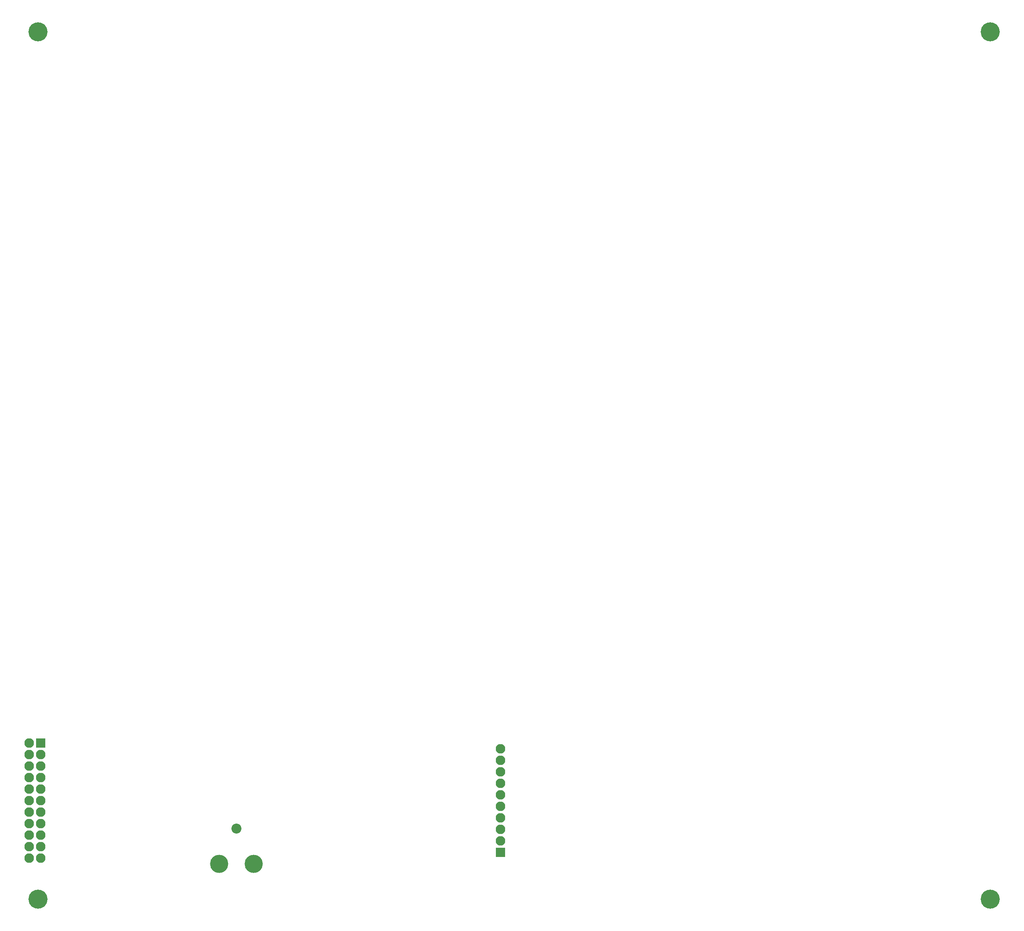
<source format=gbs>
%FSLAX24Y24*%
%MOIN*%
G70*
G01*
G75*
G04 Layer_Color=16711935*
%ADD10R,0.1181X0.0551*%
%ADD11R,0.0433X0.0394*%
%ADD12C,0.0394*%
%ADD13R,0.0512X0.0591*%
%ADD14R,0.0433X0.0236*%
%ADD15R,0.0290X0.0220*%
%ADD16R,0.0118X0.0472*%
%ADD17R,0.0571X0.0177*%
%ADD18R,0.0335X0.0110*%
%ADD19R,0.0110X0.0335*%
%ADD20R,0.0276X0.0118*%
%ADD21R,0.0480X0.0358*%
%ADD22R,0.0358X0.0480*%
%ADD23R,0.0500X0.0200*%
%ADD24R,0.0200X0.0500*%
%ADD25R,0.0472X0.0118*%
%ADD26R,0.0551X0.0118*%
%ADD27R,0.0630X0.0709*%
%ADD28R,0.0906X0.0236*%
%ADD29R,0.0236X0.0433*%
%ADD30R,0.0591X0.0512*%
%ADD31C,0.0100*%
%ADD32C,0.0110*%
%ADD33C,0.1575*%
%ADD34C,0.0748*%
%ADD35R,0.0748X0.0748*%
%ADD36C,0.0787*%
%ADD37C,0.1496*%
%ADD38C,0.0280*%
%ADD39C,0.0098*%
%ADD40C,0.0118*%
%ADD41C,0.0050*%
%ADD42C,0.0079*%
%ADD43C,0.0059*%
%ADD44R,0.1161X0.0531*%
%ADD45R,0.0413X0.0374*%
%ADD46C,0.0374*%
%ADD47R,0.0492X0.0571*%
%ADD48R,0.0413X0.0216*%
%ADD49R,0.0270X0.0200*%
%ADD50R,0.0098X0.0452*%
%ADD51R,0.0551X0.0157*%
%ADD52R,0.0315X0.0090*%
%ADD53R,0.0090X0.0315*%
%ADD54R,0.0256X0.0098*%
%ADD55R,0.0460X0.0338*%
%ADD56R,0.0338X0.0460*%
%ADD57R,0.0480X0.0180*%
%ADD58R,0.0180X0.0480*%
%ADD59R,0.0452X0.0098*%
%ADD60R,0.0531X0.0098*%
%ADD61R,0.0610X0.0689*%
%ADD62R,0.0886X0.0216*%
%ADD63R,0.0216X0.0413*%
%ADD64R,0.0571X0.0492*%
%ADD65R,0.1261X0.0631*%
%ADD66R,0.0513X0.0474*%
%ADD67C,0.0787*%
%ADD68R,0.0592X0.0671*%
%ADD69R,0.0513X0.0316*%
%ADD70R,0.0370X0.0300*%
%ADD71R,0.0198X0.0552*%
%ADD72R,0.0610X0.0217*%
%ADD73R,0.0375X0.0150*%
%ADD74R,0.0150X0.0375*%
%ADD75R,0.0316X0.0158*%
%ADD76R,0.0560X0.0438*%
%ADD77R,0.0438X0.0560*%
%ADD78R,0.0580X0.0280*%
%ADD79R,0.0280X0.0580*%
%ADD80R,0.0552X0.0198*%
%ADD81R,0.0591X0.0157*%
%ADD82R,0.0710X0.0789*%
%ADD83R,0.0986X0.0316*%
%ADD84R,0.0316X0.0513*%
%ADD85R,0.0671X0.0592*%
%ADD86C,0.1655*%
%ADD87C,0.0828*%
%ADD88R,0.0828X0.0828*%
%ADD89C,0.0867*%
%ADD90C,0.1576*%
G54D86*
X-23124Y66831D02*
D03*
X59553D02*
D03*
X59553Y-8563D02*
D03*
X-23124D02*
D03*
G54D87*
X17028Y2500D02*
D03*
Y3500D02*
D03*
Y4500D02*
D03*
Y-500D02*
D03*
Y500D02*
D03*
Y1500D02*
D03*
Y-1500D02*
D03*
Y-2500D02*
D03*
Y-3500D02*
D03*
X-23906Y-4000D02*
D03*
X-22906Y-5000D02*
D03*
X-23906Y-2000D02*
D03*
Y-1000D02*
D03*
Y-0D02*
D03*
Y1000D02*
D03*
Y2000D02*
D03*
Y3000D02*
D03*
Y4000D02*
D03*
X-22906Y-2000D02*
D03*
Y-3000D02*
D03*
Y-4000D02*
D03*
Y1000D02*
D03*
Y-0D02*
D03*
Y-1000D02*
D03*
Y2000D02*
D03*
Y3000D02*
D03*
Y4000D02*
D03*
X-23906Y-5000D02*
D03*
Y5000D02*
D03*
Y-3000D02*
D03*
G54D88*
X17028Y-4500D02*
D03*
X-22906Y5000D02*
D03*
G54D89*
X-5906Y-2402D02*
D03*
G54D90*
X-7402Y-5472D02*
D03*
X-4409D02*
D03*
M02*

</source>
